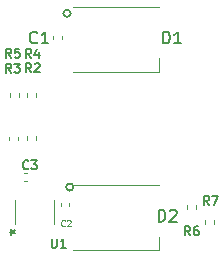
<source format=gto>
G04 #@! TF.GenerationSoftware,KiCad,Pcbnew,5.1.10-88a1d61d58~90~ubuntu20.04.1*
G04 #@! TF.CreationDate,2021-09-13T06:15:53-04:00*
G04 #@! TF.ProjectId,SpaceCenter_TouchBoard_KiCAD,53706163-6543-4656-9e74-65725f546f75,rev?*
G04 #@! TF.SameCoordinates,Original*
G04 #@! TF.FileFunction,Legend,Top*
G04 #@! TF.FilePolarity,Positive*
%FSLAX46Y46*%
G04 Gerber Fmt 4.6, Leading zero omitted, Abs format (unit mm)*
G04 Created by KiCad (PCBNEW 5.1.10-88a1d61d58~90~ubuntu20.04.1) date 2021-09-13 06:15:53*
%MOMM*%
%LPD*%
G01*
G04 APERTURE LIST*
%ADD10C,0.150000*%
%ADD11C,0.120000*%
%ADD12C,0.127000*%
%ADD13C,0.101600*%
G04 APERTURE END LIST*
D10*
X133325657Y-86842600D02*
G75*
G03*
X133325657Y-86842600I-305857J0D01*
G01*
X133554257Y-101549200D02*
G75*
G03*
X133554257Y-101549200I-305857J0D01*
G01*
D11*
X128600200Y-102628700D02*
X128600200Y-104686100D01*
X131953000Y-104686100D02*
X131953000Y-102628700D01*
X140810000Y-91777000D02*
X140810000Y-90627000D01*
X133510000Y-91777000D02*
X140810000Y-91777000D01*
X133510000Y-86277000D02*
X140810000Y-86277000D01*
X133510000Y-101390000D02*
X140810000Y-101390000D01*
X133510000Y-106890000D02*
X140810000Y-106890000D01*
X140810000Y-106890000D02*
X140810000Y-105740000D01*
X131847000Y-88784165D02*
X131847000Y-89015835D01*
X132567000Y-88784165D02*
X132567000Y-89015835D01*
X133202000Y-102906565D02*
X133202000Y-103138235D01*
X132482000Y-102906565D02*
X132482000Y-103138235D01*
X129621735Y-100351000D02*
X129390065Y-100351000D01*
X129621735Y-101071000D02*
X129390065Y-101071000D01*
X129642600Y-97589921D02*
X129642600Y-97254679D01*
X130402600Y-97589921D02*
X130402600Y-97254679D01*
X128144000Y-97266779D02*
X128144000Y-97602021D01*
X128904000Y-97266779D02*
X128904000Y-97602021D01*
X129617200Y-93597079D02*
X129617200Y-93932321D01*
X130377200Y-93597079D02*
X130377200Y-93932321D01*
X128169400Y-93944421D02*
X128169400Y-93609179D01*
X128929400Y-93944421D02*
X128929400Y-93609179D01*
X143180800Y-103379921D02*
X143180800Y-103044679D01*
X143940800Y-103379921D02*
X143940800Y-103044679D01*
X145464800Y-104700721D02*
X145464800Y-104365479D01*
X144704800Y-104700721D02*
X144704800Y-104365479D01*
D12*
X131728028Y-105932514D02*
X131728028Y-106549371D01*
X131764314Y-106621942D01*
X131800600Y-106658228D01*
X131873171Y-106694514D01*
X132018314Y-106694514D01*
X132090885Y-106658228D01*
X132127171Y-106621942D01*
X132163457Y-106549371D01*
X132163457Y-105932514D01*
X132925457Y-106694514D02*
X132490028Y-106694514D01*
X132707742Y-106694514D02*
X132707742Y-105932514D01*
X132635171Y-106041371D01*
X132562600Y-106113942D01*
X132490028Y-106150228D01*
D10*
X128154180Y-105333800D02*
X128392276Y-105333800D01*
X128297038Y-105571895D02*
X128392276Y-105333800D01*
X128297038Y-105095704D01*
X128582752Y-105476657D02*
X128392276Y-105333800D01*
X128582752Y-105190942D01*
X128154180Y-105333800D02*
X128392276Y-105333800D01*
X128297038Y-105571895D02*
X128392276Y-105333800D01*
X128297038Y-105095704D01*
X128582752Y-105476657D02*
X128392276Y-105333800D01*
X128582752Y-105190942D01*
X141146304Y-89377780D02*
X141146304Y-88377780D01*
X141384400Y-88377780D01*
X141527257Y-88425400D01*
X141622495Y-88520638D01*
X141670114Y-88615876D01*
X141717733Y-88806352D01*
X141717733Y-88949209D01*
X141670114Y-89139685D01*
X141622495Y-89234923D01*
X141527257Y-89330161D01*
X141384400Y-89377780D01*
X141146304Y-89377780D01*
X142670114Y-89377780D02*
X142098685Y-89377780D01*
X142384400Y-89377780D02*
X142384400Y-88377780D01*
X142289161Y-88520638D01*
X142193923Y-88615876D01*
X142098685Y-88663495D01*
X140765304Y-104465380D02*
X140765304Y-103465380D01*
X141003400Y-103465380D01*
X141146257Y-103513000D01*
X141241495Y-103608238D01*
X141289114Y-103703476D01*
X141336733Y-103893952D01*
X141336733Y-104036809D01*
X141289114Y-104227285D01*
X141241495Y-104322523D01*
X141146257Y-104417761D01*
X141003400Y-104465380D01*
X140765304Y-104465380D01*
X141717685Y-103560619D02*
X141765304Y-103513000D01*
X141860542Y-103465380D01*
X142098638Y-103465380D01*
X142193876Y-103513000D01*
X142241495Y-103560619D01*
X142289114Y-103655857D01*
X142289114Y-103751095D01*
X142241495Y-103893952D01*
X141670066Y-104465380D01*
X142289114Y-104465380D01*
X130490933Y-89282542D02*
X130443314Y-89330161D01*
X130300457Y-89377780D01*
X130205219Y-89377780D01*
X130062361Y-89330161D01*
X129967123Y-89234923D01*
X129919504Y-89139685D01*
X129871885Y-88949209D01*
X129871885Y-88806352D01*
X129919504Y-88615876D01*
X129967123Y-88520638D01*
X130062361Y-88425400D01*
X130205219Y-88377780D01*
X130300457Y-88377780D01*
X130443314Y-88425400D01*
X130490933Y-88473019D01*
X131443314Y-89377780D02*
X130871885Y-89377780D01*
X131157600Y-89377780D02*
X131157600Y-88377780D01*
X131062361Y-88520638D01*
X130967123Y-88615876D01*
X130871885Y-88663495D01*
D13*
X132833533Y-104804028D02*
X132809342Y-104828219D01*
X132736771Y-104852409D01*
X132688390Y-104852409D01*
X132615819Y-104828219D01*
X132567438Y-104779838D01*
X132543247Y-104731457D01*
X132519057Y-104634695D01*
X132519057Y-104562123D01*
X132543247Y-104465361D01*
X132567438Y-104416980D01*
X132615819Y-104368600D01*
X132688390Y-104344409D01*
X132736771Y-104344409D01*
X132809342Y-104368600D01*
X132833533Y-104392790D01*
X133027057Y-104392790D02*
X133051247Y-104368600D01*
X133099628Y-104344409D01*
X133220580Y-104344409D01*
X133268961Y-104368600D01*
X133293152Y-104392790D01*
X133317342Y-104441171D01*
X133317342Y-104489552D01*
X133293152Y-104562123D01*
X133002866Y-104852409D01*
X133317342Y-104852409D01*
D12*
X129743200Y-99967142D02*
X129706914Y-100003428D01*
X129598057Y-100039714D01*
X129525485Y-100039714D01*
X129416628Y-100003428D01*
X129344057Y-99930857D01*
X129307771Y-99858285D01*
X129271485Y-99713142D01*
X129271485Y-99604285D01*
X129307771Y-99459142D01*
X129344057Y-99386571D01*
X129416628Y-99314000D01*
X129525485Y-99277714D01*
X129598057Y-99277714D01*
X129706914Y-99314000D01*
X129743200Y-99350285D01*
X129997200Y-99277714D02*
X130468914Y-99277714D01*
X130214914Y-99568000D01*
X130323771Y-99568000D01*
X130396342Y-99604285D01*
X130432628Y-99640571D01*
X130468914Y-99713142D01*
X130468914Y-99894571D01*
X130432628Y-99967142D01*
X130396342Y-100003428D01*
X130323771Y-100039714D01*
X130106057Y-100039714D01*
X130033485Y-100003428D01*
X129997200Y-99967142D01*
X129997200Y-91835514D02*
X129743200Y-91472657D01*
X129561771Y-91835514D02*
X129561771Y-91073514D01*
X129852057Y-91073514D01*
X129924628Y-91109800D01*
X129960914Y-91146085D01*
X129997200Y-91218657D01*
X129997200Y-91327514D01*
X129960914Y-91400085D01*
X129924628Y-91436371D01*
X129852057Y-91472657D01*
X129561771Y-91472657D01*
X130287485Y-91146085D02*
X130323771Y-91109800D01*
X130396342Y-91073514D01*
X130577771Y-91073514D01*
X130650342Y-91109800D01*
X130686628Y-91146085D01*
X130722914Y-91218657D01*
X130722914Y-91291228D01*
X130686628Y-91400085D01*
X130251200Y-91835514D01*
X130722914Y-91835514D01*
X128295400Y-91860914D02*
X128041400Y-91498057D01*
X127859971Y-91860914D02*
X127859971Y-91098914D01*
X128150257Y-91098914D01*
X128222828Y-91135200D01*
X128259114Y-91171485D01*
X128295400Y-91244057D01*
X128295400Y-91352914D01*
X128259114Y-91425485D01*
X128222828Y-91461771D01*
X128150257Y-91498057D01*
X127859971Y-91498057D01*
X128549400Y-91098914D02*
X129021114Y-91098914D01*
X128767114Y-91389200D01*
X128875971Y-91389200D01*
X128948542Y-91425485D01*
X128984828Y-91461771D01*
X129021114Y-91534342D01*
X129021114Y-91715771D01*
X128984828Y-91788342D01*
X128948542Y-91824628D01*
X128875971Y-91860914D01*
X128658257Y-91860914D01*
X128585685Y-91824628D01*
X128549400Y-91788342D01*
X129971800Y-90616314D02*
X129717800Y-90253457D01*
X129536371Y-90616314D02*
X129536371Y-89854314D01*
X129826657Y-89854314D01*
X129899228Y-89890600D01*
X129935514Y-89926885D01*
X129971800Y-89999457D01*
X129971800Y-90108314D01*
X129935514Y-90180885D01*
X129899228Y-90217171D01*
X129826657Y-90253457D01*
X129536371Y-90253457D01*
X130624942Y-90108314D02*
X130624942Y-90616314D01*
X130443514Y-89818028D02*
X130262085Y-90362314D01*
X130733800Y-90362314D01*
X128295400Y-90590914D02*
X128041400Y-90228057D01*
X127859971Y-90590914D02*
X127859971Y-89828914D01*
X128150257Y-89828914D01*
X128222828Y-89865200D01*
X128259114Y-89901485D01*
X128295400Y-89974057D01*
X128295400Y-90082914D01*
X128259114Y-90155485D01*
X128222828Y-90191771D01*
X128150257Y-90228057D01*
X127859971Y-90228057D01*
X128984828Y-89828914D02*
X128621971Y-89828914D01*
X128585685Y-90191771D01*
X128621971Y-90155485D01*
X128694542Y-90119200D01*
X128875971Y-90119200D01*
X128948542Y-90155485D01*
X128984828Y-90191771D01*
X129021114Y-90264342D01*
X129021114Y-90445771D01*
X128984828Y-90518342D01*
X128948542Y-90554628D01*
X128875971Y-90590914D01*
X128694542Y-90590914D01*
X128621971Y-90554628D01*
X128585685Y-90518342D01*
X143459200Y-105627714D02*
X143205200Y-105264857D01*
X143023771Y-105627714D02*
X143023771Y-104865714D01*
X143314057Y-104865714D01*
X143386628Y-104902000D01*
X143422914Y-104938285D01*
X143459200Y-105010857D01*
X143459200Y-105119714D01*
X143422914Y-105192285D01*
X143386628Y-105228571D01*
X143314057Y-105264857D01*
X143023771Y-105264857D01*
X144112342Y-104865714D02*
X143967200Y-104865714D01*
X143894628Y-104902000D01*
X143858342Y-104938285D01*
X143785771Y-105047142D01*
X143749485Y-105192285D01*
X143749485Y-105482571D01*
X143785771Y-105555142D01*
X143822057Y-105591428D01*
X143894628Y-105627714D01*
X144039771Y-105627714D01*
X144112342Y-105591428D01*
X144148628Y-105555142D01*
X144184914Y-105482571D01*
X144184914Y-105301142D01*
X144148628Y-105228571D01*
X144112342Y-105192285D01*
X144039771Y-105156000D01*
X143894628Y-105156000D01*
X143822057Y-105192285D01*
X143785771Y-105228571D01*
X143749485Y-105301142D01*
X145034000Y-103062314D02*
X144780000Y-102699457D01*
X144598571Y-103062314D02*
X144598571Y-102300314D01*
X144888857Y-102300314D01*
X144961428Y-102336600D01*
X144997714Y-102372885D01*
X145034000Y-102445457D01*
X145034000Y-102554314D01*
X144997714Y-102626885D01*
X144961428Y-102663171D01*
X144888857Y-102699457D01*
X144598571Y-102699457D01*
X145288000Y-102300314D02*
X145796000Y-102300314D01*
X145469428Y-103062314D01*
M02*

</source>
